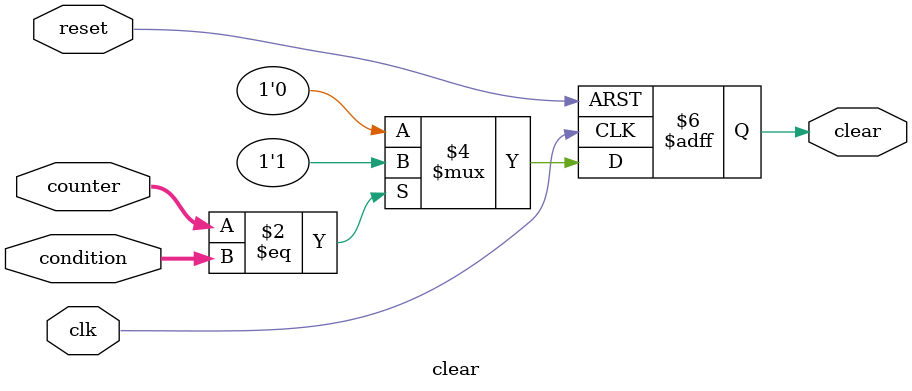
<source format=v>
`timescale 1ns / 1ps
(* use_dsp = "yes" *) 
module clear(
    input wire clk,
    input wire reset,
    input wire [31:0] counter,
    input wire [31:0] condition,
    output reg clear
    );

//This block is used for giving the reset signal for reseting the counter block
//The condition sets the maximum clock signal's period. When the counter reach that value, it got reset.
always @(posedge clk or posedge reset)begin     
    if(reset) begin   
        clear <= 1'b1;
    end  
    else if (counter == condition) begin   
        clear <= 1'b1;
    end
    else begin
        clear <= 1'b0;
    end 
end  
endmodule

</source>
